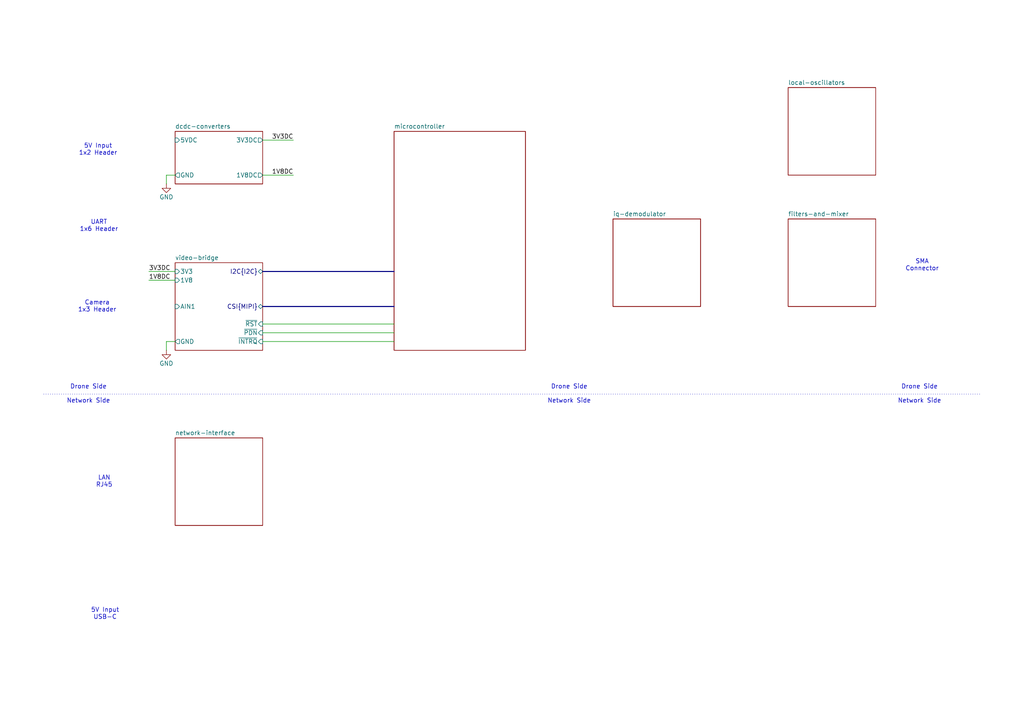
<source format=kicad_sch>
(kicad_sch (version 20250114) (generator "eeschema") (generator_version "9.0")
  (paper "A4")
  (lib_symbols
    (symbol "Power:GND" (power) (pin_numbers (hide yes)) (pin_names (offset 0) (hide yes))
      (property "Value" "GND" (at 0 -3.81 0))
      (symbol "GND_0_1"
        (polyline (pts (xy 0 0) (xy 0 -1.27) (xy 1.27 -1.27) (xy 0 -2.54) (xy -1.27 -1.27) (xy 0 -1.27)))
      )
      (symbol "GND_1_1"
        (pin power_in line (at 0 0 270) (length 0) (name "~") (number "1"))
      )
    )
  )
  (text "Camera\n1x3 Header" (at 28.194 88.9 0) (effects (font (size 1.27 1.27))))
  (text "Drone Side\n\nNetwork Side" (at 266.7 114.3 0) (effects (font (size 1.27 1.27))))
  (text "Drone Side\n\nNetwork Side" (at 25.654 114.3 0) (effects (font (size 1.27 1.27))))
  (text "5V Input\nUSB-C" (at 30.48 178.054 0) (effects (font (size 1.27 1.27))))
  (text "SMA\nConnector" (at 267.462 76.962 0) (effects (font (size 1.27 1.27))))
  (text "UART\n1x6 Header" (at 28.702 65.532 0) (effects (font (size 1.27 1.27))))
  (text "LAN\nRJ45" (at 30.226 139.7 0) (effects (font (size 1.27 1.27))))
  (text "5V Input\n1x2 Header" (at 28.448 43.434 0) (effects (font (size 1.27 1.27))))
  (text "Drone Side\n\nNetwork Side" (at 165.1 114.3 0) (effects (font (size 1.27 1.27))))
  (wire (pts (xy 43.18 78.74) (xy 50.8 78.74)))
  (bus (pts (xy 76.2 88.9) (xy 114.3 88.9)))
  (wire (pts (xy 76.2 96.52) (xy 114.3 96.52)))
  (wire (pts (xy 48.26 50.8) (xy 48.26 53.34)))
  (wire (pts (xy 50.8 50.8) (xy 48.26 50.8)))
  (wire (pts (xy 76.2 93.98) (xy 114.3 93.98)))
  (polyline (pts (xy 12.7 114.3) (xy 284.48 114.3)) (stroke (width 0) (type dot)))
  (wire (pts (xy 76.2 50.8) (xy 85.09 50.8)))
  (wire (pts (xy 43.18 81.28) (xy 50.8 81.28)))
  (wire (pts (xy 48.26 99.06) (xy 48.26 101.6)))
  (wire (pts (xy 76.2 99.06) (xy 114.3 99.06)))
  (wire (pts (xy 50.8 99.06) (xy 48.26 99.06)))
  (bus (pts (xy 76.2 78.74) (xy 114.3 78.74)))
  (wire (pts (xy 76.2 40.64) (xy 85.09 40.64)))
  (label "1V8DC" (at 43.18 81.28 0))
  (label "3V3DC" (at 85.09 40.64 180))
  (label "1V8DC" (at 85.09 50.8 180))
  (label "3V3DC" (at 43.18 78.74 0))
  (symbol (lib_id "Power:GND") (at 48.26 101.6 0) (unit 1)
    (property "Reference" "#PWR01" (effects (hide yes)))
    (property "Value" "GND" (at 48.26 105.41 0))
    (property "Description" "Power symbol creates a global label with name \"GND\" , ground" (effects (hide yes)))
  )
  (symbol (lib_id "Power:GND") (at 48.26 53.34 0) (unit 1)
    (property "Reference" "#PWR02" (effects (hide yes)))
    (property "Value" "GND" (at 48.26 57.15 0))
    (property "Description" "Power symbol creates a global label with name \"GND\" , ground" (effects (hide yes)))
  )
  (sheet (at 177.8 63.5) (size 25.4 25.4) (stroke (width 0.1524))
    (property "Sheetname" "iq-demodulator" (at 177.8 62.7884 0) (effects (justify left bottom)))
    (property "Sheetfile" "iq-demodulator.kicad_sch" (effects (hide yes)))
  )
  (sheet (at 228.6 25.4) (size 25.4 25.4) (stroke (width 0.1524))
    (property "Sheetname" "local-oscillators" (at 228.6 24.6884 0) (effects (justify left bottom)))
    (property "Sheetfile" "local-oscillators.kicad_sch" (effects (hide yes)))
  )
  (sheet (at 50.8 127) (size 25.4 25.4) (stroke (width 0.1524))
    (property "Sheetname" "network-interface" (at 50.8 126.2884 0) (effects (justify left bottom)))
    (property "Sheetfile" "netword-interface.kicad_sch" (effects (hide yes)))
  )
  (sheet (at 114.3 38.1) (size 38.1 63.5) (stroke (width 0.1524))
    (property "Sheetname" "microcontroller" (at 114.3 37.3884 0) (effects (justify left bottom)))
    (property "Sheetfile" "microcontroller.kicad_sch" (effects (hide yes)))
  )
  (sheet (at 50.8 76.2) (size 25.4 25.4) (stroke (width 0.1524))
    (property "Sheetname" "video-bridge" (at 50.8 75.4884 0) (effects (justify left bottom)))
    (property "Sheetfile" "video-bridge.kicad_sch" (effects (hide yes)))
    (pin "1V8" input (at 50.8 81.28 180))
    (pin "3V3" input (at 50.8 78.74 180))
    (pin "AIN1" input (at 50.8 88.9 180))
    (pin "CSI{MIPI}" bidirectional (at 76.2 88.9 0))
    (pin "GND" output (at 50.8 99.06 180))
    (pin "I2C{I2C}" bidirectional (at 76.2 78.74 0))
    (pin "~{INTRQ}" input (at 76.2 99.06 0))
    (pin "~{PDN}" input (at 76.2 96.52 0))
    (pin "~{RST}" input (at 76.2 93.98 0))
  )
  (sheet (at 228.6 63.5) (size 25.4 25.4) (stroke (width 0.1524))
    (property "Sheetname" "filters-and-mixer" (at 228.6 62.7884 0) (effects (justify left bottom)))
    (property "Sheetfile" "filters-and-mixer.kicad_sch" (effects (hide yes)))
  )
  (sheet (at 50.8 38.1) (size 25.4 15.24) (stroke (width 0.1524))
    (property "Sheetname" "dcdc-converters" (at 50.8 37.3884 0) (effects (justify left bottom)))
    (property "Sheetfile" "dcdc-converters.kicad_sch" (effects (hide yes)))
    (pin "1V8DC" output (at 76.2 50.8 0))
    (pin "3V3DC" output (at 76.2 40.64 0))
    (pin "5VDC" input (at 50.8 40.64 180))
    (pin "GND" output (at 50.8 50.8 180))
  )
)
</source>
